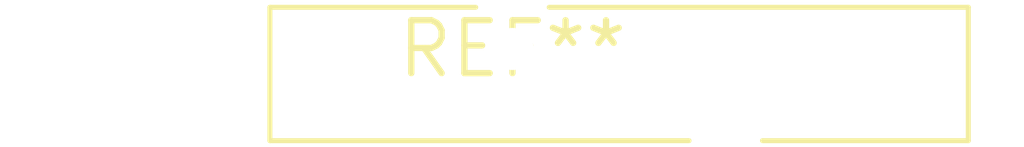
<source format=kicad_pcb>
(kicad_pcb (version 20240108) (generator pcbnew)
  (layers (0 "F.Cu" signal) (31 "B.Cu" signal) (34 "B.Paste" user) (35 "F.Paste" user) (36 "B.SilkS" user "B.Silkscreen") (37 "F.SilkS" user "F.Silkscreen") (38 "B.Mask" user) (39 "F.Mask" user) (44 "Edge.Cuts" user))
  (net 0 "")
  (footprint "Fuse_Bourns_MF-RG1000" (layer "F.Cu") (at 0 0)
    (property "Reference" "REF**")
    (property "Value" "Fuse_Bourns_MF-RG1000")
    (fp_line (start -5.8 -1) (end -5.8 2.2) (layer "F.SilkS") (stroke (width 0.12)))
    (fp_line (start -5.8 -1) (end -0.879 -1) (layer "F.SilkS") (stroke (width 0.12)))
    (fp_line (start -5.8 2.2) (end 4.222 2.2) (layer "F.SilkS") (stroke (width 0.12)))
    (fp_line (start 0.879 -1) (end 10.9 -1) (layer "F.SilkS") (stroke (width 0.12)))
    (fp_line (start 5.979 2.2) (end 10.9 2.2) (layer "F.SilkS") (stroke (width 0.12)))
    (fp_line (start 10.9 -1) (end 10.9 2.2) (layer "F.SilkS") (stroke (width 0.12)))
    (pad "1" thru_hole circle (at 0 0) (size 2.01 2.01) (drill 1.01) (layers *.Cu *.Mask) (remove_unused_layers))
    (pad "2" thru_hole circle (at 5.1 1.2) (size 2.01 2.01) (drill 1.01) (layers *.Cu *.Mask) (remove_unused_layers))
  )
)
</source>
